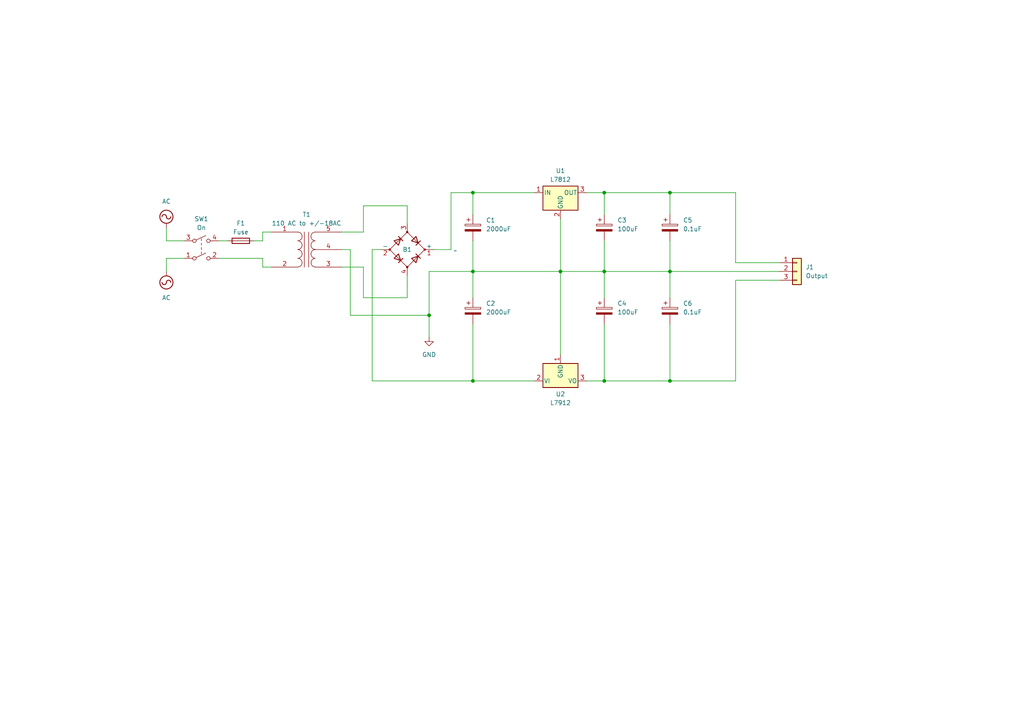
<source format=kicad_sch>
(kicad_sch (version 20231120) (generator "eeschema") (generator_version "8.0")
  (paper "A4")
  (lib_symbols
    (symbol "Connector_Generic:Conn_01x03" (pin_names (offset 1.016) hide)
      (property "Reference" "J" (at 0 5.08 0))
      (property "Value" "Conn_01x03" (at 0 -5.08 0))
      (symbol "Conn_01x03_1_1"
        (rectangle (start -1.27 -2.413) (end 0 -2.667) (stroke (width 0.1524)))
        (rectangle (start -1.27 0.127) (end 0 -0.127) (stroke (width 0.1524)))
        (rectangle (start -1.27 2.667) (end 0 2.413) (stroke (width 0.1524)))
        (rectangle (start -1.27 3.81) (end 1.27 -3.81) (stroke (width 0.254)) (fill (type background)))
        (pin passive line (at -5.08 2.54 0) (length 3.81) (name "Pin_1") (number "1"))
        (pin passive line (at -5.08 0 0) (length 3.81) (name "Pin_2") (number "2"))
        (pin passive line (at -5.08 -2.54 0) (length 3.81) (name "Pin_3") (number "3"))
      )
    )
    (symbol "Device:C_Polarized" (pin_numbers hide) (pin_names (offset 0.254))
      (property "Reference" "C" (at 0.635 2.54 0))
      (property "Value" "C_Polarized" (at 0.635 -2.54 0))
      (symbol "C_Polarized_0_1"
        (rectangle (start -2.286 0.508) (end 2.286 1.016))
        (polyline (pts (xy -1.778 2.286) (xy -0.762 2.286)))
        (polyline (pts (xy -1.27 2.794) (xy -1.27 1.778)))
        (rectangle (start 2.286 -0.508) (end -2.286 -1.016) (fill (type outline)))
      )
      (symbol "C_Polarized_1_1"
        (pin passive line (at 0 3.81 270) (length 2.794) (name "~") (number "1"))
        (pin passive line (at 0 -3.81 90) (length 2.794) (name "~") (number "2"))
      )
    )
    (symbol "Device:D_Bridge_+-AA" (pin_names (offset 0))
      (property "Reference" "D" (at 2.54 6.985 0))
      (property "Value" "D_Bridge_+-AA" (at 2.54 5.08 0))
      (symbol "D_Bridge_+-AA_0_1"
        (circle (center -5.08 0) (radius 0.254) (fill (type outline)))
        (circle (center 0 -5.08) (radius 0.254) (fill (type outline)))
        (polyline (pts (xy -2.54 3.81) (xy -1.27 2.54)) (stroke (width 0.254)))
        (polyline (pts (xy -1.27 -2.54) (xy -2.54 -3.81)) (stroke (width 0.254)))
        (polyline (pts (xy 2.54 -1.27) (xy 3.81 -2.54)) (stroke (width 0.254)))
        (polyline (pts (xy 2.54 1.27) (xy 3.81 2.54)) (stroke (width 0.254)))
        (polyline (pts (xy -3.81 2.54) (xy -2.54 1.27) (xy -1.905 3.175) (xy -3.81 2.54)) (stroke (width 0.254)))
        (polyline (pts (xy -2.54 -1.27) (xy -3.81 -2.54) (xy -1.905 -3.175) (xy -2.54 -1.27)) (stroke (width 0.254)))
        (polyline (pts (xy 1.27 2.54) (xy 2.54 3.81) (xy 3.175 1.905) (xy 1.27 2.54)) (stroke (width 0.254)))
        (polyline (pts (xy 3.175 -1.905) (xy 1.27 -2.54) (xy 2.54 -3.81) (xy 3.175 -1.905)) (stroke (width 0.254)))
        (polyline (pts (xy -5.08 0) (xy 0 -5.08) (xy 5.08 0) (xy 0 5.08) (xy -5.08 0)))
        (circle (center 0 5.08) (radius 0.254) (fill (type outline)))
        (circle (center 5.08 0) (radius 0.254) (fill (type outline)))
      )
      (symbol "D_Bridge_+-AA_1_1"
        (pin passive line (at 7.62 0 180) (length 2.54) (name "+") (number "1"))
        (pin passive line (at -7.62 0 0) (length 2.54) (name "-") (number "2"))
        (pin passive line (at 0 7.62 270) (length 2.54) (name "~") (number "3"))
        (pin passive line (at 0 -7.62 90) (length 2.54) (name "~") (number "4"))
      )
    )
    (symbol "Device:Fuse" (pin_numbers hide) (pin_names (offset 0))
      (property "Reference" "F" (at 2.032 0 90))
      (property "Value" "Fuse" (at -1.905 0 90))
      (symbol "Fuse_0_1"
        (rectangle (start -0.762 -2.54) (end 0.762 2.54) (stroke (width 0.254)))
        (polyline (pts (xy 0 2.54) (xy 0 -2.54)))
      )
      (symbol "Fuse_1_1"
        (pin passive line (at 0 3.81 270) (length 1.27) (name "~") (number "1"))
        (pin passive line (at 0 -3.81 90) (length 1.27) (name "~") (number "2"))
      )
    )
    (symbol "Device:Transformer_1P_SS" (pin_names (offset 1.016) hide)
      (property "Reference" "T" (at 0 6.35 0))
      (property "Value" "Transformer_1P_SS" (at 0 -7.62 0))
      (symbol "Transformer_1P_SS_0_1"
        (arc (start -2.54 -5.0546) (mid -1.6599 -4.6901) (end -1.27 -3.81))
        (arc (start -2.54 -2.5146) (mid -1.6599 -2.1501) (end -1.27 -1.27))
        (arc (start -2.54 0.0254) (mid -1.6599 0.3899) (end -1.27 1.27))
        (arc (start -2.54 2.5654) (mid -1.6599 2.9299) (end -1.27 3.81))
        (arc (start -1.27 -3.81) (mid -1.642 -2.912) (end -2.54 -2.54))
        (arc (start -1.27 -1.27) (mid -1.642 -0.372) (end -2.54 0))
        (arc (start -1.27 1.27) (mid -1.642 2.168) (end -2.54 2.54))
        (arc (start -1.27 3.81) (mid -1.642 4.708) (end -2.54 5.08))
        (polyline (pts (xy -0.635 5.08) (xy -0.635 -5.08)))
        (polyline (pts (xy 0.635 -5.08) (xy 0.635 5.08)))
        (arc (start 1.2954 -1.27) (mid 1.6599 -2.1501) (end 2.54 -2.5146))
        (arc (start 1.2954 1.27) (mid 1.6599 0.3899) (end 2.54 0.0254))
        (arc (start 1.2954 3.81) (mid 1.6599 2.9299) (end 2.54 2.5654))
        (arc (start 1.3208 -3.81) (mid 1.6853 -4.6901) (end 2.5654 -5.0546))
        (arc (start 2.54 0) (mid 1.642 -0.372) (end 1.2954 -1.27))
        (arc (start 2.54 2.54) (mid 1.642 2.168) (end 1.2954 1.27))
        (arc (start 2.54 5.08) (mid 1.642 4.708) (end 1.2954 3.81))
        (arc (start 2.5654 -2.54) (mid 1.6674 -2.912) (end 1.3208 -3.81))
      )
      (symbol "Transformer_1P_SS_1_1"
        (pin passive line (at -10.16 5.08 0) (length 7.62) (name "AA") (number "1"))
        (pin passive line (at -10.16 -5.08 0) (length 7.62) (name "AB") (number "2"))
        (pin passive line (at 10.16 -5.08 180) (length 7.62) (name "SA") (number "3"))
        (pin passive line (at 10.16 0 180) (length 7.62) (name "SC") (number "4"))
        (pin passive line (at 10.16 5.08 180) (length 7.62) (name "SB") (number "5"))
      )
    )
    (symbol "Regulator_Linear:L7812" (pin_names (offset 0.254))
      (property "Reference" "U" (at -3.81 3.175 0))
      (property "Value" "L7812" (at 0 3.175 0))
      (symbol "L7812_0_1"
        (rectangle (start -5.08 1.905) (end 5.08 -5.08) (stroke (width 0.254)) (fill (type background)))
      )
      (symbol "L7812_1_1"
        (pin power_in line (at -7.62 0 0) (length 2.54) (name "IN") (number "1"))
        (pin power_in line (at 0 -7.62 90) (length 2.54) (name "GND") (number "2"))
        (pin power_out line (at 7.62 0 180) (length 2.54) (name "OUT") (number "3"))
      )
    )
    (symbol "Regulator_Linear:L7912" (pin_names (offset 0.254))
      (property "Reference" "U" (at -3.81 -3.175 0))
      (property "Value" "L7912" (at 0 -3.175 0))
      (symbol "L7912_0_1"
        (rectangle (start -5.08 5.08) (end 5.08 -1.905) (stroke (width 0.254)) (fill (type background)))
      )
      (symbol "L7912_1_1"
        (pin power_in line (at 0 7.62 270) (length 2.54) (name "GND") (number "1"))
        (pin power_in line (at -7.62 0 0) (length 2.54) (name "VI") (number "2"))
        (pin power_out line (at 7.62 0 180) (length 2.54) (name "VO") (number "3"))
      )
    )
    (symbol "Switch:SW_DPST" (pin_names (offset 0) hide)
      (property "Reference" "SW" (at 0 5.08 0))
      (property "Value" "SW_DPST" (at 0 -5.08 0))
      (symbol "SW_DPST_0_0"
        (circle (center -2.032 -2.54) (radius 0.508))
        (circle (center -2.032 2.54) (radius 0.508))
        (polyline (pts (xy -1.524 -2.286) (xy 1.27 -1.016)))
        (polyline (pts (xy -1.524 2.794) (xy 1.27 4.064)))
        (polyline (pts (xy 0 -1.27) (xy 0 -0.635)))
        (polyline (pts (xy 0 0) (xy 0 0.635)))
        (polyline (pts (xy 0 1.27) (xy 0 1.905)))
        (polyline (pts (xy 0 2.54) (xy 0 3.175)))
        (circle (center 2.032 -2.54) (radius 0.508))
        (circle (center 2.032 2.54) (radius 0.508))
      )
      (symbol "SW_DPST_1_1"
        (pin passive line (at -5.08 -2.54 0) (length 2.54) (name "1") (number "1"))
        (pin passive line (at 5.08 -2.54 180) (length 2.54) (name "2") (number "2"))
        (pin passive line (at -5.08 2.54 0) (length 2.54) (name "3") (number "3"))
        (pin passive line (at 5.08 2.54 180) (length 2.54) (name "4") (number "4"))
      )
    )
    (symbol "power:AC" (power) (pin_names (offset 0))
      (property "Value" "AC" (at 0 6.35 0))
      (symbol "AC_0_1"
        (polyline (pts (xy 0 0) (xy 0 1.27)))
        (arc (start 0 3.175) (mid -0.635 3.8073) (end -1.27 3.175) (stroke (width 0.254)))
        (arc (start 0 3.175) (mid 0.635 2.5427) (end 1.27 3.175) (stroke (width 0.254)))
        (circle (center 0 3.175) (radius 1.905) (stroke (width 0.254)))
      )
      (symbol "AC_1_1"
        (pin power_in line (at 0 0 90) (length 0) hide (name "AC") (number "1"))
      )
    )
    (symbol "power:GND" (power) (pin_names (offset 0))
      (property "Value" "GND" (at 0 -3.81 0))
      (symbol "GND_0_1"
        (polyline (pts (xy 0 0) (xy 0 -1.27) (xy 1.27 -1.27) (xy 0 -2.54) (xy -1.27 -1.27) (xy 0 -1.27)))
      )
      (symbol "GND_1_1"
        (pin power_in line (at 0 0 270) (length 0) hide (name "GND") (number "1"))
      )
    )
  )
  (junction (at 137.16 78.74))
  (junction (at 194.31 78.74))
  (junction (at 137.16 110.49))
  (junction (at 137.16 55.88))
  (junction (at 175.26 55.88))
  (junction (at 124.46 91.44))
  (junction (at 162.56 78.74))
  (junction (at 175.26 78.74))
  (junction (at 194.31 110.49))
  (junction (at 194.31 55.88))
  (junction (at 175.26 110.49))
  (wire (pts (xy 124.46 91.44) (xy 124.46 97.79)))
  (wire (pts (xy 73.66 69.85) (xy 76.2 69.85)))
  (wire (pts (xy 99.06 67.31) (xy 105.41 67.31)))
  (wire (pts (xy 130.81 72.39) (xy 125.73 72.39)))
  (wire (pts (xy 226.06 76.2) (xy 213.36 76.2)))
  (wire (pts (xy 99.06 77.47) (xy 105.41 77.47)))
  (wire (pts (xy 137.16 55.88) (xy 130.81 55.88)))
  (wire (pts (xy 124.46 91.44) (xy 124.46 78.74)))
  (wire (pts (xy 78.74 77.47) (xy 76.2 77.47)))
  (wire (pts (xy 162.56 78.74) (xy 175.26 78.74)))
  (wire (pts (xy 107.95 110.49) (xy 137.16 110.49)))
  (wire (pts (xy 162.56 63.5) (xy 162.56 78.74)))
  (wire (pts (xy 105.41 77.47) (xy 105.41 86.36)))
  (wire (pts (xy 194.31 93.98) (xy 194.31 110.49)))
  (wire (pts (xy 48.26 74.93) (xy 53.34 74.93)))
  (wire (pts (xy 107.95 72.39) (xy 107.95 110.49)))
  (wire (pts (xy 101.6 72.39) (xy 101.6 91.44)))
  (wire (pts (xy 105.41 86.36) (xy 118.11 86.36)))
  (wire (pts (xy 162.56 78.74) (xy 162.56 102.87)))
  (wire (pts (xy 101.6 91.44) (xy 124.46 91.44)))
  (wire (pts (xy 76.2 69.85) (xy 76.2 67.31)))
  (wire (pts (xy 124.46 78.74) (xy 137.16 78.74)))
  (wire (pts (xy 137.16 110.49) (xy 137.16 93.98)))
  (wire (pts (xy 105.41 59.69) (xy 118.11 59.69)))
  (wire (pts (xy 76.2 77.47) (xy 76.2 74.93)))
  (wire (pts (xy 194.31 78.74) (xy 194.31 86.36)))
  (wire (pts (xy 175.26 78.74) (xy 194.31 78.74)))
  (wire (pts (xy 175.26 55.88) (xy 175.26 62.23)))
  (wire (pts (xy 130.81 55.88) (xy 130.81 72.39)))
  (wire (pts (xy 76.2 74.93) (xy 63.5 74.93)))
  (wire (pts (xy 194.31 55.88) (xy 194.31 62.23)))
  (wire (pts (xy 137.16 78.74) (xy 162.56 78.74)))
  (wire (pts (xy 226.06 81.28) (xy 213.36 81.28)))
  (wire (pts (xy 48.26 69.85) (xy 53.34 69.85)))
  (wire (pts (xy 48.26 78.74) (xy 48.26 74.93)))
  (wire (pts (xy 118.11 59.69) (xy 118.11 64.77)))
  (wire (pts (xy 213.36 81.28) (xy 213.36 110.49)))
  (wire (pts (xy 213.36 55.88) (xy 194.31 55.88)))
  (wire (pts (xy 118.11 86.36) (xy 118.11 80.01)))
  (wire (pts (xy 137.16 78.74) (xy 137.16 86.36)))
  (wire (pts (xy 213.36 76.2) (xy 213.36 55.88)))
  (wire (pts (xy 48.26 66.04) (xy 48.26 69.85)))
  (wire (pts (xy 137.16 55.88) (xy 137.16 62.23)))
  (wire (pts (xy 137.16 110.49) (xy 154.94 110.49)))
  (wire (pts (xy 175.26 110.49) (xy 170.18 110.49)))
  (wire (pts (xy 175.26 78.74) (xy 175.26 86.36)))
  (wire (pts (xy 99.06 72.39) (xy 101.6 72.39)))
  (wire (pts (xy 175.26 69.85) (xy 175.26 78.74)))
  (wire (pts (xy 213.36 110.49) (xy 194.31 110.49)))
  (wire (pts (xy 76.2 67.31) (xy 78.74 67.31)))
  (wire (pts (xy 175.26 93.98) (xy 175.26 110.49)))
  (wire (pts (xy 175.26 55.88) (xy 194.31 55.88)))
  (wire (pts (xy 110.49 72.39) (xy 107.95 72.39)))
  (wire (pts (xy 63.5 69.85) (xy 66.04 69.85)))
  (wire (pts (xy 137.16 69.85) (xy 137.16 78.74)))
  (wire (pts (xy 194.31 78.74) (xy 226.06 78.74)))
  (wire (pts (xy 194.31 110.49) (xy 175.26 110.49)))
  (wire (pts (xy 170.18 55.88) (xy 175.26 55.88)))
  (wire (pts (xy 154.94 55.88) (xy 137.16 55.88)))
  (wire (pts (xy 105.41 67.31) (xy 105.41 59.69)))
  (wire (pts (xy 194.31 78.74) (xy 194.31 69.85)))
  (symbol (lib_id "Regulator_Linear:L7912") (at 162.56 110.49 0) (unit 1)
    (property "Reference" "U2" (at 162.56 114.3 0))
    (property "Value" "L7912" (at 162.56 116.84 0))
    (property "Datasheet" "http://www.st.com/content/ccc/resource/technical/document/datasheet/c9/16/86/41/c7/2b/45/f2/CD00000450.pdf/files/CD00000450.pdf/jcr:content/translations/en.CD00000450.pdf" (effects (hide yes)))
  )
  (symbol (lib_id "power:AC") (at 48.26 78.74 0) (mirror x) (unit 1)
    (property "Reference" "#PWR02" (effects (hide yes)))
    (property "Value" "AC" (at 48.26 86.36 0))
  )
  (symbol (lib_id "Connector_Generic:Conn_01x03") (at 231.14 78.74 0) (unit 1)
    (property "Reference" "J1" (at 233.68 77.47 0) (effects (justify left)))
    (property "Value" "Output" (at 233.68 80.01 0) (effects (justify left)))
  )
  (symbol (lib_id "Device:C_Polarized") (at 175.26 90.17 0) (unit 1)
    (property "Reference" "C4" (at 179.07 88.011 0) (effects (justify left)))
    (property "Value" "100uF" (at 179.07 90.551 0) (effects (justify left)))
  )
  (symbol (lib_id "Regulator_Linear:L7812") (at 162.56 55.88 0) (unit 1)
    (property "Reference" "U1" (at 162.56 49.53 0))
    (property "Value" "L7812" (at 162.56 52.07 0))
    (property "Datasheet" "http://www.st.com/content/ccc/resource/technical/document/datasheet/41/4f/b3/b0/12/d4/47/88/CD00000444.pdf/files/CD00000444.pdf/jcr:content/translations/en.CD00000444.pdf" (effects (hide yes)))
  )
  (symbol (lib_id "power:AC") (at 48.26 66.04 0) (unit 1)
    (property "Reference" "#PWR01" (effects (hide yes)))
    (property "Value" "AC" (at 48.26 58.42 0))
  )
  (symbol (lib_id "Device:Transformer_1P_SS") (at 88.9 72.39 0) (unit 1)
    (property "Reference" "T1" (at 88.9127 62.23 0))
    (property "Value" "110 AC to +/-18AC" (at 88.9127 64.77 0))
  )
  (symbol (lib_id "Device:C_Polarized") (at 137.16 66.04 0) (unit 1)
    (property "Reference" "C1" (at 140.97 63.881 0) (effects (justify left)))
    (property "Value" "2000uF" (at 140.97 66.421 0) (effects (justify left)))
  )
  (symbol (lib_id "Device:C_Polarized") (at 137.16 90.17 0) (unit 1)
    (property "Reference" "C2" (at 140.97 88.011 0) (effects (justify left)))
    (property "Value" "2000uF" (at 140.97 90.551 0) (effects (justify left)))
  )
  (symbol (lib_id "Device:D_Bridge_+-AA") (at 118.11 72.39 0) (unit 1)
    (property "Reference" "B1" (at 118.11 72.39 0))
    (property "Value" "~" (at 132.08 72.7141 0))
  )
  (symbol (lib_id "Device:Fuse") (at 69.85 69.85 270) (unit 1)
    (property "Reference" "F1" (at 69.85 64.77 90))
    (property "Value" "Fuse" (at 69.85 67.31 90))
  )
  (symbol (lib_id "Device:C_Polarized") (at 194.31 66.04 0) (unit 1)
    (property "Reference" "C5" (at 198.12 63.881 0) (effects (justify left)))
    (property "Value" "0.1uF" (at 198.12 66.421 0) (effects (justify left)))
  )
  (symbol (lib_id "Switch:SW_DPST") (at 58.42 72.39 0) (unit 1)
    (property "Reference" "SW1" (at 58.42 63.5 0))
    (property "Value" "On" (at 58.42 66.04 0))
  )
  (symbol (lib_id "Device:C_Polarized") (at 194.31 90.17 0) (unit 1)
    (property "Reference" "C6" (at 198.12 88.011 0) (effects (justify left)))
    (property "Value" "0.1uF" (at 198.12 90.551 0) (effects (justify left)))
  )
  (symbol (lib_id "Device:C_Polarized") (at 175.26 66.04 0) (unit 1)
    (property "Reference" "C3" (at 179.07 63.881 0) (effects (justify left)))
    (property "Value" "100uF" (at 179.07 66.421 0) (effects (justify left)))
  )
  (symbol (lib_id "power:GND") (at 124.46 97.79 0) (unit 1)
    (property "Reference" "#PWR03" (effects (hide yes)))
    (property "Value" "GND" (at 124.46 102.87 0))
  )
)
</source>
